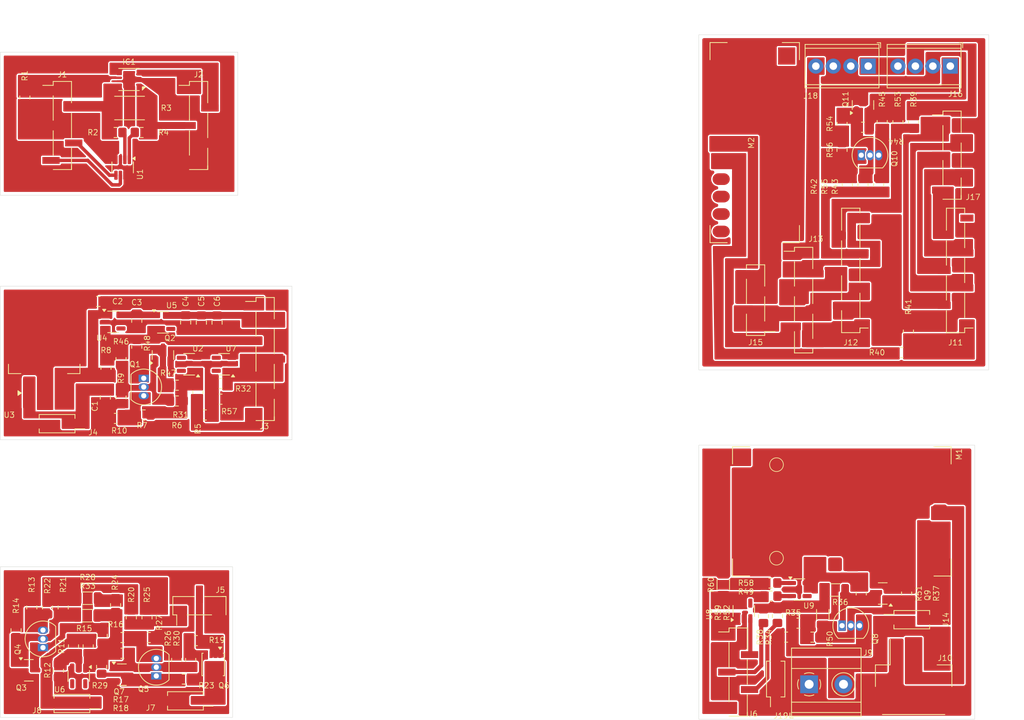
<source format=kicad_pcb>
(kicad_pcb (version 20241129) (generator "pcbnew") (generator_version "9.0")
  (layers (0 "F.Cu" signal) (2 "B.Cu" signal) (13 "F.Paste" user) (15 "B.Paste" user) (5 "F.SilkS" user "F.Silkscreen") (7 "B.SilkS" user "B.Silkscreen") (1 "F.Mask" user) (3 "B.Mask" user) (25 "Edge.Cuts" user))
  (net 0 "")
  (net 1 "Net-(IC1-SENSE+)")
  (net 2 "GND")
  (net 3 "Net-(IC1-SENSE-)")
  (net 4 "+3V3")
  (net 5 "Net-(U1-IN-)")
  (net 6 "Net-(U1-IN+)")
  (net 7 "Net-(IC1-SCL)")
  (net 8 "Net-(IC1-SDA)")
  (net 9 "Net-(J1-Pin_5)")
  (net 10 "Net-(J1-Pin_4)")
  (net 11 "+5V")
  (net 12 "/power_manager_bb/BALARM")
  (net 13 "+7.5V")
  (net 14 "Net-(Q1-B)")
  (net 15 "Net-(Q3-C)")
  (net 16 "Net-(Q3-B)")
  (net 18 "/power_switch_bbB/ONOFF")
  (net 19 "/power_switch_bbB/EN")
  (net 20 "/power_switch_bbB/RUNNING")
  (net 21 "/power_switch_bbB/VBUS")
  (net 22 "/power_switch_bbA/EN1")
  (net 23 "/power_switch_bbA/ONOFF")
  (net 24 "/power_switch_bbA/VBATT")
  (net 25 "GND2")
  (net 26 "+3V3_1")
  (net 27 "GND1")
  (net 28 "Net-(U4-VOUT)")
  (net 29 "Net-(Q1-E)")
  (net 30 "Net-(Q4-E)")
  (net 31 "Net-(Q5-C)")
  (net 32 "Net-(Q5-B)")
  (net 33 "Net-(Q5-E)")
  (net 34 "Net-(Q6-G)")
  (net 35 "Net-(U6-VDD)")
  (net 36 "Net-(U6-VOUT)")
  (net 37 "Net-(R21-Pad1)")
  (net 39 "Net-(R24-Pad1)")
  (net 40 "/battery_charger/VBUS1")
  (net 41 "GND3")
  (net 42 "+3V3_2")
  (net 43 "/battery_charger/EN2")
  (net 44 "Net-(J10-Pin_3)")
  (net 45 "Net-(J10-Pin_2)")
  (net 46 "/break_control/DCKI")
  (net 48 "/break_control/SDA")
  (net 49 "/break_control/SCL")
  (net 50 "/break_control/BALARM1")
  (net 51 "/break_control/RF SWITCH")
  (net 52 "/break_control/DI")
  (net 53 "/break_control/CHARGING1")
  (net 54 "GND4")
  (net 55 "/break_control/SERVO")
  (net 56 "/break_control/BUZZ")
  (net 57 "Net-(J12-Pin_6)")
  (net 58 "+5V_1")
  (net 59 "Net-(J14-Pin_2)")
  (net 60 "/battery_charger/CHARGED (GREEN)")
  (net 61 "/battery_charger/CHARGING (BLUE)")
  (net 62 "/break_control/BUTTON")
  (net 63 "/break_control/VEXT")
  (net 64 "/break_control/BUZZER")
  (net 65 "Net-(M1-Vin)")
  (net 67 "Net-(M1-LED)")
  (net 70 "Net-(M2-D0)")
  (net 74 "Net-(Q1-C)")
  (net 75 "Net-(Q8-B)")
  (net 76 "Net-(Q8-C)")
  (net 77 "Net-(Q8-E)")
  (net 78 "Net-(Q10-C)")
  (net 79 "Net-(Q10-B)")
  (net 80 "Net-(Q10-E)")
  (net 81 "Net-(U2-VOUT)")
  (net 82 "Net-(U2-VDD)")
  (net 83 "Net-(R36-Pad1)")
  (net 84 "Net-(U9-EN)")
  (net 85 "Net-(U9-VDD)")
  (net 88 "+3V3_3")
  (net 89 "+7V5_1")
  (net 90 "Net-(U8-OUT)")
  (net 91 "/break_control/VBUS2")
  (footprint "Resistor_SMD:R_0805_2012Metric_Pad1.20x1.40mm_HandSolder" (layer "F.Cu") (at 98.282 55.88 180)
    (property "Reference" "R4")
    (property "Value" "10" (hide yes))
  )
  (footprint "Resistor_SMD:R_0805_2012Metric_Pad1.20x1.40mm_HandSolder" (layer "F.Cu") (at 200.152 58.42 90)
    (property "Reference" "R56")
    (property "Value" "0R" (hide yes))
  )
  (footprint "Package_TO_SOT_THT:TO-92_Inline" (layer "F.Cu") (at 200.152 127.614)
    (property "Reference" "Q8")
    (property "Value" "BC337" (hide yes))
  )
  (footprint "Resistor_SMD:R_0805_2012Metric_Pad1.20x1.40mm_HandSolder" (layer "F.Cu") (at 109.758 92.39 180)
    (property "Reference" "R32")
    (property "Value" "10k" (hide yes))
  )
  (footprint "Capacitor_SMD:C_0805_2012Metric_Pad1.18x1.45mm_HandSolder" (layer "F.Cu") (at 106.964 83.5215 -90)
    (property "Reference" "C5")
    (property "Value" "22uF" (hide yes))
  )
  (footprint "Resistor_SMD:R_0805_2012Metric_Pad1.20x1.40mm_HandSolder" (layer "F.Cu") (at 106.456 93.66 -90)
    (property "Reference" "R5")
    (property "Value" "10k" (hide yes))
  )
  (footprint "Package_TO_SOT_SMD:SOT-23" (layer "F.Cu") (at 206.0725 122.936 180)
    (property "Reference" "Q9")
    (property "Value" "BC847" (hide yes))
  )
  (footprint "Resistor_SMD:R_1206_3216Metric" (layer "F.Cu") (at 199.136 122.428)
    (property "Reference" "R36")
    (property "Value" "0R" (hide yes))
  )
  (footprint "Resistor_SMD:R_0805_2012Metric_Pad1.20x1.40mm_HandSolder" (layer "F.Cu") (at 200.914 63.5 -90)
    (property "Reference" "R55")
    (property "Value" "4k2" (hide yes))
  )
  (footprint "Resistor_SMD:R_2512_6332Metric_Pad1.40x3.35mm_HandSolder" (layer "F.Cu") (at 96.52 52.324)
    (property "Reference" "R3")
    (property "Value" "001R" (hide yes))
  )
  (footprint "Resistor_SMD:R_0805_2012Metric_Pad1.20x1.40mm_HandSolder" (layer "F.Cu") (at 109.758 94.676)
    (property "Reference" "R57")
    (property "Value" "10k" (hide yes))
  )
  (footprint "Resistor_SMD:R_0805_2012Metric_Pad1.20x1.40mm_HandSolder" (layer "F.Cu") (at 88.366 130.611533 90)
    (property "Reference" "R11")
    (property "Value" "50k" (hide yes))
  )
  (footprint "Package_TO_SOT_SMD:SOT-23-5" (layer "F.Cu") (at 110.266 89.596 180)
    (property "Reference" "U7")
    (property "Value" "BD48ExxG" (hide yes))
  )
  (footprint "Resistor_SMD:R_0805_2012Metric_Pad1.20x1.40mm_HandSolder" (layer "F.Cu") (at 190.754 126.222 90)
    (property "Reference" "R52")
    (property "Value" "10k" (hide yes))
  )
  (footprint "Resistor_SMD:R_0805_2012Metric_Pad1.20x1.40mm_HandSolder" (layer "F.Cu") (at 106.172 129.794033 180)
    (property "Reference" "R19")
    (property "Value" "10k" (hide yes))
  )
  (footprint "Package_TO_SOT_SMD:SOT-23-5" (layer "F.Cu") (at 193.9345 122.362)
    (property "Reference" "U9")
    (property "Value" "MAX40200AUK" (hide yes))
  )
  (footprint "Resistor_SMD:R_0805_2012Metric_Pad1.20x1.40mm_HandSolder" (layer "F.Cu") (at 95.28 94.422 90)
    (property "Reference" "R9")
    (property "Value" "4k2" (hide yes))
  )
  (footprint "Package_TO_SOT_THT:TO-92_Inline" (layer "F.Cu") (at 98.582 91.628 -90)
    (property "Reference" "Q1")
    (property "Value" "BC337" (hide yes))
  )
  (footprint "Package_TO_SOT_SMD:SOT-23-5" (layer "F.Cu") (at 101.376 83.5)
    (property "Reference" "U5")
    (property "Value" "MAX40200AUK" (hide yes))
  )
  (footprint "Resistor_SMD:R_0805_2012Metric_Pad1.20x1.40mm_HandSolder" (layer "F.Cu") (at 209.804 84.82 -90)
    (property "Reference" "R41")
    (property "Value" "10k" (hide yes))
  )
  (footprint "Connector_PinHeader_2.54mm:PinHeader_1x05_P2.54mm_Vertical_SMD_Pin1Left" (layer "F.Cu") (at 185.043 134.366)
    (property "Reference" "J6")
    (property "Value" "Conn_01x05" (hide yes))
  )
  (footprint "Resistor_SMD:R_0805_2012Metric_Pad1.20x1.40mm_HandSolder" (layer "F.Cu") (at 92.536 129.087533 -90)
    (property "Reference" "R16")
    (property "Value" "0R" (hide yes))
  )
  (footprint "Resistor_SMD:R_0805_2012Metric_Pad1.20x1.40mm_HandSolder" (layer "F.Cu") (at 203.2 63.5 90)
    (property "Reference" "R42")
    (property "Value" "4k2" (hide yes))
  )
  (footprint "Resistor_SMD:R_0805_2012Metric_Pad1.20x1.40mm_HandSolder" (layer "F.Cu") (at 94.488 124.622533 -90)
    (property "Reference" "R24")
    (property "Value" "0R" (hide yes))
  )
  (footprint "Resistor_SMD:R_0805_2012Metric_Pad1.20x1.40mm_HandSolder" (layer "F.Cu") (at 208.804 87.884 180)
    (property "Reference" "R40")
    (property "Value" "4k7" (hide yes))
  )
  (footprint "Resistor_SMD:R_0805_2012Metric_Pad1.20x1.40mm_HandSolder" (layer "F.Cu") (at 97.566 87.056 90)
    (property "Reference" "R48")
    (property "Value" "0R" (hide yes))
  )
  (footprint "Resistor_SMD:R_0805_2012Metric_Pad1.20x1.40mm_HandSolder" (layer "F.Cu") (at 86.868 124.968033 -90)
    (property "Reference" "R21")
    (property "Value" "4k2" (hide yes))
  )
  (footprint "Resistor_SMD:R_1206_3216Metric" (layer "F.Cu") (at 90.3625 126.162533)
    (property "Reference" "R33")
    (property "Value" "0R" (hide yes))
  )
  (footprint "Resistor_SMD:R_0805_2012Metric_Pad1.20x1.40mm_HandSolder" (layer "F.Cu") (at 193.802 127.254 180)
    (property "Reference" "R35")
    (property "Value" "4k2" (hide yes))
  )
  (footprint "Resistor_SMD:R_0805_2012Metric_Pad1.20x1.40mm_HandSolder" (layer "F.Cu") (at 205.994 54.356 -90)
    (property "Reference" "R45")
    (property "Value" "0R" (hide yes))
  )
  (footprint "Resistor_SMD:R_0805_2012Metric_Pad1.20x1.40mm_HandSolder" (layer "F.Cu") (at 94.48 55.88)
    (property "Reference" "R2")
    (property "Value" "10" (hide yes))
  )
  (footprint "Resistor_SMD:R_0805_2012Metric_Pad1.20x1.40mm_HandSolder" (layer "F.Cu") (at 90.504 130.611533 90)
    (property "Reference" "R15")
    (property "Value" "10k" (hide yes))
  )
  (footprint "Resistor_SMD:R_0805_2012Metric_Pad1.20x1.40mm_HandSolder" (layer "F.Cu") (at 105.41 132.588033 90)
    (property "Reference" "R30")
    (property "Value" "10k" (hide yes))
  )
  (footprint "Connector_PinHeader_2.54mm:PinHeader_2x01_P2.54mm_Vertical_SMD" (layer "F.Cu") (at 88.138 138.938033 180)
    (property "Reference" "J8")
    (property "Value" "Conn_01x02" (hide yes))
  )
  (footprint "Resistor_SMD:R_1206_3216Metric" (layer "F.Cu") (at 197.358 125.984 -90)
    (property "Reference" "R50")
    (property "Value" "0R" (hide yes))
  )
  (footprint "Resistor_SMD:R_0805_2012Metric_Pad1.20x1.40mm_HandSolder" (layer "F.Cu") (at 99.06 126.416533 90)
    (property "Reference" "R25")
    (property "Value" "0R" (hide yes))
  )
  (footprint "Resistor_SMD:R_0805_2012Metric_Pad1.20x1.40mm_HandSolder" (layer "F.Cu") (at 107.472 96.962)
    (property "Reference" "R31")
    (property "Value" "10k" (hide yes))
  )
  (footprint "Connector_PinHeader_2.54mm:PinHeader_1x03_P2.54mm_Vertical_SMD_Pin1Left" (layer "F.Cu") (at 106.68 124.714033 90)
    (property "Reference" "J5")
    (property "Value" "Conn_01x03" (hide yes))
  )
  (footprint "Resistor_SMD:R_0805_2012Metric_Pad1.20x1.40mm_HandSolder" (layer "F.Cu") (at 195.834 129.286)
    (property "Reference" "R34")
    (property "Value" "4k2" (hide yes))
  )
  (footprint "Capacitor_SMD:C_0805_2012Metric_Pad1.18x1.45mm_HandSolder" (layer "F.Cu") (at 109.25 83.5215 -90)
    (property "Reference" "C6")
    (property "Value" "22uF" (hide yes))
  )
  (footprint "Connector_PinHeader_2.54mm:PinHeader_1x06_P2.54mm_Vertical_SMD_Pin1Left" (layer "F.Cu") (at 194.564 80.264)
    (property "Reference" "J13")
    (property "Value" "Conn_01x06" (hide yes))
  )
  (footprint "Resistor_SMD:R_0805_2012Metric_Pad1.20x1.40mm_HandSolder" (layer "F.Cu") (at 82.296 124.968033 -90)
    (property "Reference" "R13")
    (property "Value" "0R" (hide yes))
  )
  (footprint "Resistor_SMD:R_0805_2012Metric_Pad1.20x1.40mm_HandSolder" (layer "F.Cu") (at 95.478 129.341533)
    (property "Reference" "R18")
    (property "Value" "4k2" (hide yes))
  )
  (footprint "Resistor_SMD:R_0805_2012Metric_Pad1.20x1.40mm_HandSolder" (layer "F.Cu") (at 86.186 134.167533 90)
    (property "Reference" "R12")
    (property "Value" "100k" (hide yes))
  )
  (footprint "Connector_PinHeader_2.54mm:PinHeader_1x05_P2.54mm_Vertical_SMD_Pin1Left" (layer "F.Cu") (at 86.745 54.864)
    (property "Reference" "J1")
    (property "Value" "Conn_01x05" (hide yes))
  )
  (footprint "Resistor_SMD:R_0805_2012Metric_Pad1.20x1.40mm_HandSolder" (layer "F.Cu") (at 209.55 122.936 -90)
    (property "Reference" "R37")
    (property "Value" "4k2" (hide yes))
  )
  (footprint "Package_TO_SOT_SMD:TO-263-2" (layer "F.Cu") (at 84.104 86.131 90)
    (property "Reference" "U3")
    (property "Value" "L7805" (hide yes))
  )
  (footprint "Resistor_SMD:R_0805_2012Metric_Pad1.20x1.40mm_HandSolder" (layer "F.Cu") (at 192.024 129.286)
    (property "Reference" "R38")
    (property "Value" "0R" (hide yes))
  )
  (footprint "TerminalBlock_Phoenix:TerminalBlock_Phoenix_MPT-0,5-4-2.54_1x04_P2.54mm_Horizontal" (layer "F.Cu") (at 203.962 46.228 180)
    (property "Reference" "J18")
    (property "Value" "Screw_Terminal_01x04" (hide yes))
  )
  (footprint "Resistor_SMD:R_1206_3216Metric" (layer "F.Cu") (at 182.88 121.666 -90)
    (property "Reference" "R60")
    (property "Value" "0R" (hide yes))
  )
  (footprint "Package_DFN_QFN:DFN-8-1EP_3x3mm_P0.5mm_EP1.66x2.38mm" (layer "F.Cu") (at 96.435 48.173 180)
    (property "Reference" "IC1")
    (property "Value" "LTC2943IDD#TRPBF" (hide yes))
  )
  (footprint "TerminalBlock_Phoenix:TerminalBlock_Phoenix_MKDS-1,5-2_1x02_P5.00mm_Horizontal" (layer "F.Cu") (at 195.366 136.144)
    (property "Reference" "J9")
    (property "Value" "Screw_Terminal_01x02" (hide yes))
  )
  (footprint "Capacitor_SMD:C_0805_2012Metric_Pad1.18x1.45mm_HandSolder" (layer "F.Cu") (at 104.678 83.5 -90)
    (property "Reference" "C4")
    (property "Value" "22uF" (hide yes))
  )
  (footprint "Resistor_SMD:R_0805_2012Metric_Pad1.20x1.40mm_HandSolder" (layer "F.Cu") (at 210.566 54.356 -90)
    (property "Reference" "R39")
    (property "Value" "12k" (hide yes))
  )
  (footprint "Connector_PinHeader_2.54mm:PinHeader_1x05_P2.54mm_Vertical_SMD_Pin1Left" (layer "F.Cu") (at 216.154 59.182)
    (property "Reference" "J17")
    (property "Value" "Conn_01x05" (hide yes))
  )
  (footprint "TerminalBlock_Phoenix:TerminalBlock_Phoenix_MPT-0,5-4-2.54_1x04_P2.54mm_Horizontal" (layer "F.Cu") (at 215.9 46.228 180)
    (property "Reference" "J16")
    (property "Value" "Screw_Terminal_01x04" (hide yes))
  )
  (footprint "Resistor_SMD:R_1206_3216Metric" (layer "F.Cu") (at 90.424 123.622533)
    (property "Reference" "R28")
    (property "Value" "0R" (hide yes))
  )
  (footprint "Package_TO_SOT_SMD:SOT-23" (layer "F.Cu") (at 81.8665 134.112033)
    (property "Reference" "Q3")
    (property "Value" "BC847" (hide yes))
  )
  (footprint "Resistor_SMD:R_0805_2012Metric_Pad1.20x1.40mm_HandSolder" (layer "F.Cu") (at 200.152 54.626 -90)
    (property "Reference" "R54")
    (property "Value" "0R" (hide yes))
  )
  (footprint "Connector_PinHeader_2.54mm:PinHeader_1x04_P2.54mm_Vertical_SMD_Pin1Left" (layer "F.Cu") (at 187.575 80.264 180)
    (property "Reference" "J15")
    (property "Value" "Conn_01x04" (hide yes))
  )
  (footprint "Resistor_SMD:R_0805_2012Metric_Pad1.20x1.40mm_HandSolder" (layer "F.Cu") (at 104.394 135.382033)
    (property "Reference" "R23")
    (property "Value" "10k" (hide yes))
  )
  (footprint "Resistor_SMD:R_0805_2012Metric_Pad1.20x1.40mm_HandSolder" (layer "F.Cu") (at 84.582 124.968033 -90)
    (property "Reference" "R22")
    (property "Value" "4k2")
  )
  (footprint "chinese_modules:USBC_charger" (layer "F.Cu") (at 200.121 110.998)
    (property "Reference" "M1")
    (property "Value" "~")
  )
  (footprint "Resistor_SMD:R_0805_2012Metric_Pad1.20x1.40mm_HandSolder" (layer "F.Cu") (at 94.518 97.47)
    (property "Reference" "R10")
    (property "Value" "0R" (hide yes))
  )
  (footprint "Capacitor_SMD:C_0805_2012Metric_Pad1.18x1.45mm_HandSolder" (layer "F.Cu") (at 97.566 83.246 -90)
    (property "Reference" "C3")
    (property "Value" "10uF" (hide yes))
  )
  (footprint "Connector_PinHeader_2.54mm:PinHeader_2x01_P2.54mm_Vertical_SMD" (layer "F.Cu") (at 85.979 98.232 180)
    (property "Reference" "J4")
    (property "Value" "Conn_01x02" (hide yes))
  )
  (footprint "Resistor_SMD:R_0805_2012Metric_Pad1.20x1.40mm_HandSolder" (layer "F.Cu") (at 202.946 122.936 -90)
    (property "Reference" "R51")
    (property "Value" "4k2" (hide yes))
  )
  (footprint "Package_TO_SOT_THT:TO-92_Inline" (layer "F.Cu") (at 83.926 130.810033 90)
    (property "Reference" "Q4")
    (property "Value" "BC337" (hide yes))
  )
  (footprint "Resistor_SMD:R_0805_2012Metric_Pad1.20x1.40mm_HandSolder" (layer "F.Cu") (at 81.288 50.784 90)
    (property "Reference" "R1")
    (property "Value" "10k" (hide yes))
  )
  (footprint "Package_TO_SOT_SMD:SOT-23-5" (layer "F.Cu") (at 105.186 89.596 180)
    (property "Reference" "U2")
    (property "Value" "BD48ExxG" (hide yes))
  )
  (footprint "Connector_PinSocket_2.54mm:PinSocket_1x07_P2.54mm_Vertical_SMD_Pin1Left" (layer "F.Cu") (at 216.662 75.946 180)
    (property "Reference" "J11")
    (property "Value" "Conn_01x07" (hide yes))
  )
  (footprint "Resistor_SMD:R_0805_2012Metric_Pad1.20x1.40mm_HandSolder" (layer "F.Cu") (at 103.408 92.644)
    (property "Reference" "R47")
    (property "Value" "4k2" (hide yes))
  )
  (footprint "Package_TO_SOT_SMD:SOT-23" (layer "F.Cu") (at 101.376 88.2475 90)
    (property "Reference" "Q2")
    (property "Value" "BC847" (hide yes))
  )
  (footprint "Package_TO_SOT_SMD:SOT-23-5" (layer "F.Cu") (at 89.128 134.929533 -90)
    (property "Reference" "U6")
    (property "Value" "BD48ExxG" (hide yes))
  )
  (footprint "Resistor_SMD:R_0805_2012Metric_Pad1.20x1.40mm_HandSolder" (layer "F.Cu") (at 92.456 133.604033 -90)
    (property "Reference" "R29")
    (property "Value" "4k2" (hide yes))
  )
  (footprint "Connector_JST:JST_XH_S3B-XH-SM4-TB_1x03-1MP_P2.50mm_Horizontal" (layer "F.Cu") (at 210.566 135.128)
    (property "Reference" "J10")
    (property "Value" "Conn_01x03_MountingPin" (hide yes))
  )
  (footprint "Resistor_SMD:R_0805_2012Metric_Pad1.20x1.40mm_HandSolder" (layer "F.Cu") (at 189.754 123.317)
    (property "Reference" "R49")
    (property "Value" "10k" (hide yes))
  )
  (footprint "Resistor_SMD:R_0805_2012Metric_Pad1.20x1.40mm_HandSolder" (layer "F.Cu") (at 95.28 88.834 90)
    (property "Reference" "R46")
    (property "Value" "0R" (hide yes))
  )
  (footprint "Resistor_SMD:R_0805_2012Metric_Pad1.20x1.40mm_HandSolder" (layer "F.Cu") (at 103.378 132.588033 -90)
    (property "Reference" "R26")
    (property "Value" "4k2" (hide yes))
  )
  (footprint "Resistor_SMD:R_0805_2012Metric_Pad1.20x1.40mm_HandSolder" (layer "F.Cu") (at 205.486 63.5 90)
    (property "Reference" "R43")
    (property "Value" "4k2" (hide yes))
  )
  (footprint "Capacitor_SMD:C_0805_2012Metric_Pad1.18x1.45mm_HandSolder" (layer "F.Cu") (at 92.994 94.422 -90)
    (property "Reference" "C1")
    (property "Value" "0.1uF" (hide yes))
  )
  (footprint "Resistor_SMD:R_0805_2012Metric_Pad1.20x1.40mm_HandSolder" (layer "F.Cu") (at 189.738 121.412)
    (property "Reference" "R58")
    (property "Value" "200R" (hide yes))
  )
  (footprint "Capacitor_SMD:C_0805_2012Metric_Pad1.18x1.45mm_HandSolder" (layer "F.Cu") (at 91.978 80.452 180)
    (property "Reference" "C2")
    (property "Value" "0.1uF" (hide yes))
  )
  (footprint "Resistor_SMD:R_0805_2012Metric_Pad1.20x1.40mm_HandSolder" (layer "F.Cu") (at 95.478 131.627533)
    (property "Reference" "R17")
    (property "Value" "4k2" (hide yes))
  )
  (footprint "Package_TO_SOT_SMD:SOT-23-5" (layer "F.Cu") (at 185.8615 125.476 90)
    (property "Reference" "U8")
    (property "Value" "MAX40200AUK" (hide yes))
  )
  (footprint "Package_SO:Vishay_PowerPAK_1212-8_Single" (layer "F.Cu") (at 108.686 133.261033 -90)
    (property "Reference" "Q6")
    (property "Value" "SiS415DNT" (hide yes))
  )
  (footprint "Resistor_SMD:R_0805_2012Metric_Pad1.20x1.40mm_HandSolder" (layer "F.Cu") (at 80.01 128.270033 -90)
    (property "Reference" "R14")
    (property "Value" "4k2" (hide yes))
  )
  (footprint "Connector_PinHeader_2.54mm:PinHeader_2x01_P2.54mm_Vertical_SMD" (layer "F.Cu") (at 210.297 126.746)
    (property "Reference" "J14")
    (property "Value" "Conn_01x02" (hide yes))
  )
  (footprint "Package_TO_SOT_SMD:SOT-23-8" (layer "F.Cu") (at 95.512 60.96 -90)
    (property "Reference" "U1")
    (property "Value" "INA219BxDCN" (hide yes))
  )
  (footprint "Connector_PinHeader_2.54mm:PinHeader_1x07_P2.54mm_Vertical_SMD_Pin1Left" (layer "F.Cu") (at 116.239 88.834)
    (property "Reference" "J3")
    (property "Value" "Conn_01x07" (hide yes))
  )
  (footprint "Package_TO_SOT_THT:TO-92_Inline" (layer "F.Cu") (at 202.946 59.182)
    (property "Reference" "Q10")
    (property "Value" "BC337" (hide yes))
  )
  (footprint "Resistor_SMD:R_0805_2012Metric_Pad1.20x1.40mm_HandSolder" (layer "F.Cu") (at 203.2 55.118 180)
    (property "Reference" "R44")
    (property "Value" "4k2" (hide yes))
  )
  (footprint "Resistor_SMD:R_0805_2012Metric_Pad1.20x1.40mm_HandSolder" (layer "F.Cu") (at 208.28 54.372 90)
    (property "Reference" "R53")
    (property "Value" "4k7" (hide yes))
  )
  (footprint "chinese_modules:RF_controller" (layer "F.Cu") (at 187.452 57.404 90)
    (property "Reference" "M2")
    (property "Value" "~")
  )
  (footprint "Package_TO_SOT_SMD:SOT-23" (layer "F.Cu") (at 203.2 51.8785 90)
    (property "Reference" "Q11")
    (property "Value" "BC847" (hide yes))
  )
  (footprint "Package_TO_SOT_THT:TO-92_Inline" (layer "F.Cu") (at 100.41 134.929533 90)
    (property "Reference" "Q5")
    (property "Value" "BC337" (hide yes))
  )
  (footprint "Resistor_SMD:R_0805_2012Metric_Pad1.20x1.40mm_HandSolder" (layer "F.Cu") (at 96.774 126.416533 90)
    (property "Reference" "R20")
    (property "Value" "0R" (hide yes))
  )
  (footprint "Resistor_SMD:R_0805_2012Metric_Pad1.20x1.40mm_HandSolder" (layer "F.Cu") (at 99.33 129.341533 180)
    (property "Reference" "R27")
    (property "Value" "0R" (hide yes))
  )
  (footprint "Connector_PinHeader_2.54mm:PinHeader_2x01_P2.54mm_Vertical_SMD" (layer "F.Cu") (at 104.648 138.553033 180)
    (property "Reference" "J7")
    (property "Value" "Conn_01x02" (hide yes))
  )
  (footprint "Resistor_SMD:R_0805_2012Metric_Pad1.20x1.40mm_HandSolder" (layer "F.Cu") (at 98.582 96.962 180)
    (property "Reference" "R7")
    (property "Value" "4k2" (hide yes))
  )
  (footprint "Connector_PinSocket_2.54mm:PinSocket_1x07_P2.54mm_Vertical_SMD_Pin1Left" (layer "F.Cu") (at 201.422 75.946 180)
    (property "Reference" "J12")
    (property "Value" "Conn_01x07" (hide yes))
  )
  (footprint "Package_TO_SOT_SMD:SOT-23" (layer "F.Cu") (at 95.3995 134.741533)
    (property "Reference" "Q7")
    (property "Value" "BC847" (hide yes))
  )
  (footprint "Connector_PinHeader_2.54mm:PinHeader_1x05_P2.54mm_Vertical_SMD_Pin1Left" (layer "F.Cu") (at 106.557 54.864)
    (property "Reference" "J2")
    (property "Value" "Conn_01x05" (hide yes))
  )
  (footprint "Resistor_SMD:R_0805_2012Metric_Pad1.20x1.40mm_HandSolder" (layer "F.Cu") (at 103.408 94.93 180)
    (property "Reference" "R6")
    (property "Value" "4k2" (hide yes))
  )
  (footprint "Resistor_SMD:R_0805_2012Metric_Pad1.20x1.40mm_HandSolder" (layer "F.Cu") (at 188.722 126.238 -90)
    (property "Reference" "R59")
    (property "Value" "200R" (hide yes))
  )
  (footprint "Connector_PinHeader_2.54mm:PinHeader_2x01_P2.54mm_Vertical_SMD" (layer "F.Cu") (at 190.5 135.382 90)
    (property "Reference" "J19")
    (property "Value" "Conn_01x02" (hide yes))
  )
  (footprint "Package_TO_SOT_SMD:SOT-23-5" (layer "F.Cu") (at 94.1315 83.434)
    (property "Reference" "U4")
    (property "Value" "XC6220B331MR" (hide yes))
  )
  (footprint "Resistor_SMD:R_0805_2012Metric_Pad1.20x1.40mm_HandSolder" (layer "F.Cu") (at 93.091 90.12 -90)
    (property "Reference" "R8")
    (property "Value" "10k" (hide yes))
  )
  (gr_rect (start 77.724 44.196) (end 112.268 65.024) (stroke (width 0.05)) (fill no) (layer "Edge.Cuts"))
  (gr_rect (start 77.724 119.050533) (end 111.506 140.970033) (stroke (width 0.05)) (fill no) (layer "Edge.Cuts"))
  (gr_rect (start 179.324 101.346) (end 219.456 141.224) (stroke (width 0.05)) (fill no) (layer "Edge.Cuts"))
  (gr_rect (start 179.324 41.656) (end 221.488 90.424) (stroke (width 0.05)) (fill no) (layer "Edge.Cuts"))
  (gr_rect (start 77.724 78.232) (end 120.142 100.584) (stroke (width 0.05)) (fill no) (layer "Edge.Cuts"))
  (segment (start 97.835 47.923) (end 96.685 47.923) (width 0.25) (layer "F.Cu") (net 2))
  (segment (start 96.185 48.423) (end 96.435 48.173) (width 0.25) (layer "F.Cu") (net 2))
  (segment (start 97.835 48.423) (end 96.685 48.423) (width 0.25) (layer "F.Cu") (net 2))
  (segment (start 96.685 48.423) (end 96.435 48.173) (width 0.25) (layer "F.Cu") (net 2))
  (segment (start 95.035 48.423) (end 96.185 48.423) (width 0.25) (layer "F.Cu") (net 2))
  (segment (start 96.685 47.923) (end 96.435 48.173) (width 0.25) (layer "F.Cu") (net 2))
  (segment (start 95.035 48.423) (end 94.016 48.423) (width 0.25) (layer "F.Cu") (net 2))
  (segment (start 95.035 48.923) (end 93.833 48.923) (width 0.2) (layer "F.Cu") (net 3))
  (segment (start 93.833 48.923) (end 93.478 49.278) (width 0.2) (layer "F.Cu") (net 3))
  (segment (start 93.478 49.278) (end 93.478 52.324) (width 0.2) (layer "F.Cu") (net 3))
  (segment (start 95.837 59.8225) (end 95.837 56.237) (width 0.5) (layer "F.Cu") (net 5))
  (segment (start 95.837 56.237) (end 95.48 55.88) (width 0.5) (layer "F.Cu") (net 5))
  (segment (start 96.487 56.675) (end 97.282 55.88) (width 0.5) (layer "F.Cu") (net 6))
  (segment (start 96.487 59.8225) (end 96.487 56.675) (width 0.5) (layer "F.Cu") (net 6))
  (segment (start 97.835 47.423) (end 104.573 47.423) (width 0.25) (layer "F.Cu") (net 7))
  (segment (start 104.648 49.53) (end 104.902 49.784) (width 0.25) (layer "F.Cu") (net 7))
  (segment (start 104.573 47.423) (end 104.648 47.498) (width 0.25) (layer "F.Cu") (net 7))
  (segment (start 104.648 47.498) (end 104.648 49.53) (width 0.25) (layer "F.Cu") (net 7))
  (segment (start 93.988 63.5) (end 90.432 59.944) (width 0.5) (layer "F.Cu") (net 9))
  (segment (start 95.187 63.317) (end 95.004 63.5) (width 0.5) (layer "F.Cu") (net 9))
  (segment (start 90.432 59.944) (end 85.09 59.944) (width 0.5) (layer "F.Cu") (net 9))
  (segment (start 95.187 62.0975) (end 95.187 63.317) (width 0.5) (layer "F.Cu") (net 9))
  (segment (start 95.004 63.5) (end 93.988 63.5) (width 0.5) (layer "F.Cu") (net 9))
  (segment (start 88.908 57.404) (end 93.6015 62.0975) (width 0.5) (layer "F.Cu") (net 10))
  (segment (start 88.4 57.404) (end 88.908 57.404) (width 0.5) (layer "F.Cu") (net 10))
  (segment (start 93.6015 62.0975) (end 94.537 62.0975) (width 0.5) (layer "F.Cu") (net 10))
  (segment (start 95.035 47.923) (end 86.705 47.923) (width 0.25) (layer "F.Cu") (net 12))
  (segment (start 85.098 49.53) (end 84.713 49.53) (width 0.25) (layer "F.Cu") (net 12))
  (segment (start 86.705 47.923) (end 85.098 49.53) (width 0.25) (layer "F.Cu") (net 12))
  (segment (start 92.5935 134.741533) (end 92.456 134.604033) (width 0.6) (layer "F.Cu") (net 31))
  (segment (start 96.337 134.741533) (end 92.5935 134.741533) (width 0.6) (layer "F.Cu") (net 31))
  (segment (start 189.2935 128.7145) (end 190.754 127.254) (width 0.6) (layer "F.Cu") (net 42))
  (segment (start 189.2935 135.1915) (end 189.2935 128.7145) (width 0.6) (layer "F.Cu") (net 42))
  (segment (start 186.698 136.906) (end 187.579 136.906) (width 0.6) (layer "F.Cu") (net 42))
  (segment (start 190.754 127.254) (end 190.754 127.222) (width 0.6) (layer "F.Cu") (net 42))
  (segment (start 187.579 136.906) (end 189.2935 135.1915) (width 0.6) (layer "F.Cu") (net 42))
  (segment (start 186.8115 131.7125) (end 186.698 131.826) (width 0.6) (layer "F.Cu") (net 43))
  (segment (start 186.8115 126.6135) (end 186.8115 131.7125) (width 0.6) (layer "F.Cu") (net 43))
  (segment (start 183.388 134.366) (end 187.452 134.366) (width 0.6) (layer "F.Cu") (net 61))
  (segment (start 187.452 134.366) (end 188.403 133.415) (width 0.6) (layer "F.Cu") (net 61))
  (segment (start 188.403 127.557) (end 188.722 127.238) (width 0.6) (layer "F.Cu") (net 61))
  (segment (start 188.403 133.415) (end 188.403 127.557) (width 0.6) (layer "F.Cu") (net 61))
  (segment (start 190.759 123.312) (end 190.754 123.317) (width 0.6) (layer "F.Cu") (net 84))
  (segment (start 192.797 123.312) (end 190.759 123.312) (width 0.6) (layer "F.Cu") (net 84))
  (segment (start 192.797 121.412) (end 190.738 121.412) (width 0.6) (layer "F.Cu") (net 85))
  (zone (net 31) (net_name "Net-(Q5-C)") (layer "F.Cu") (priority 4) (connect_pads yes (clearance 0.2)) (min_thickness 0.25) (fill yes (thermal_gap 0.5) (thermal_bridge_width 0.5))
    (polygon (pts (xy 95.25 134.620033) (xy 104.648 134.620033) (xy 104.648 136.453533) (xy 95.25 136.453533)))
  )
  (zone (net 37) (net_name "Net-(R21-Pad1)") (layer "F.Cu") (priority 16) (connect_pads yes (clearance 0.2)) (min_thickness 0.25) (fill yes (thermal_gap 0.5) (thermal_bridge_width 0.5))
    (polygon (pts (xy 83.82 120.574533) (xy 83.82 124.892533) (xy 89.662 124.892533) (xy 89.662 121.590533) (xy 97.79 121.590533) (xy 97.79 126.238033) (xy 102.108 126.238033) (xy 102.108 120.574533)))
  )
  (zone (net 8) (net_name "Net-(IC1-SDA)") (layer "F.Cu") (priority 4) (connect_pads yes (clearance 0.2)) (min_thickness 0.25) (fill yes (thermal_gap 0.5) (thermal_bridge_width 0.5))
    (polygon (pts (xy 95.512 47.498) (xy 93.607 47.498) (xy 93.607 45.72) (xy 109.482 45.72) (xy 109.482 52.832) (xy 106.942 52.832) (xy 106.942 46.736) (xy 95.512 46.736)))
  )
  (zone (net 53) (net_name "/break_control/CHARGING1") (layer "F.Cu") (priority 57) (connect_pads yes (clearance 0.2)) (min_thickness 0.25) (fill yes (thermal_gap 0.5) (thermal_bridge_width 0.5))
    (polygon (pts (xy 197.612 75.438) (xy 200.914 75.438) (xy 200.914 77.724) (xy 200.914 77.724) (xy 200.914 78.994) (xy 195.326 78.994) (xy 195.326 81.026) (xy 191.008 81.026) (xy 191.008 77.216) (xy 197.612 77.216)))
  )
  (zone (net 15) (net_name "Net-(Q3-C)") (layer "F.Cu") (priority 20) (connect_pads yes (clearance 0.2)) (min_thickness 0.25) (fill yes (thermal_gap 0.5) (thermal_bridge_width 0.5))
    (polygon (pts (xy 97.79 121.590533) (xy 89.662 121.590533) (xy 89.662 127.254033) (xy 86.36 127.254033) (xy 86.36 129.032033) (xy 85.09 130.048033) (xy 82.042 130.048033) (xy 82.042 134.366033) (xy 83.566 134.366033) (xy 83.566 132.334033) (xy 87.376 129.476533) (xy 87.376 128.778033) (xy 91.44 128.778033) (xy 91.44 129.286033) (xy 93.472 129.286083) (xy 93.472 127.178533) (xy 91.186 127.178533) (xy 91.186 122.860533) (xy 95.758 122.860533) (xy 95.758 125.984033) (xy 97.79 125.984033)))
  )
  (zone (net 64) (net_name "/break_control/BUZZER") (layer "F.Cu") (priority 27) (connect_pads yes (clearance 0.2)) (min_thickness 0.25) (fill yes (thermal_gap 0.5) (thermal_bridge_width 0.5))
    (polygon (pts (xy 201.168 58.166) (xy 201.168 54.864) (xy 199.136 54.864) (xy 199.136 52.07) (xy 203.962 52.07) (xy 203.962 50.038) (xy 217.17 50.038) (xy 217.17 44.958) (xy 214.63 44.958) (xy 214.63 49.022) (xy 197.104 49.022) (xy 197.104 58.166)))
  )
  (zone (net 88) (net_name "+3V3_3") (layer "F.Cu") (priority 56) (connect_pads yes (clearance 0.2)) (min_thickness 0.25) (fill yes (thermal_gap 0.5) (thermal_bridge_width 0.5))
    (polygon (pts (xy 191.008 84.836) (xy 191.008 83.312) (xy 198.628 83.312) (xy 198.628 80.264) (xy 204.216 80.264) (xy 204.216 77.724) (xy 200.914 77.724) (xy 200.914 78.994) (xy 195.326 78.994) (xy 195.326 81.026) (xy 184.404 81.026) (xy 184.404 84.836)))
  )
  (zone (net 33) (net_name "Net-(Q5-E)") (layer "F.Cu") (priority 6) (connect_pads yes (clearance 0.2)) (min_thickness 0.25) (fill yes (thermal_gap 0.5) (thermal_bridge_width 0.5))
    (polygon (pts (xy 95.478 130.611533) (xy 95.478 128.325533) (xy 99.034 128.325533) (xy 99.034 130.611533) (xy 101.32 130.611533) (xy 101.32 132.897533) (xy 97.51 132.897533) (xy 97.51 130.611533)))
  )
  (zone (net 89) (net_name "+7V5_1") (layer "F.Cu") (priority 30) (connect_pads yes (clearance 0.2)) (min_thickness 0.25) (fill yes (thermal_gap 0.5) (thermal_bridge_width 0.5))
    (polygon (pts (xy 196.85 47.498) (xy 197.612 47.498) (xy 197.612 44.958) (xy 195.072 44.958) (xy 194.829441 71.882) (xy 191.516 71.882) (xy 191.516 74.422) (xy 196.85 74.422)))
  )
  (zone (net 13) (net_name "+7.5V") (layer "F.Cu") (priority 3) (connect_pads yes (clearance 0.2)) (min_thickness 0.25) (fill yes (thermal_gap 0.5) (thermal_bridge_width 0.5))
    (polygon (pts (xy 105.41 139.116533) (xy 105.41 137.846533) (xy 107.416 137.846533) (xy 107.416 132.766533) (xy 110.464 132.766533) (xy 110.49 139.116533)))
  )
  (zone (net 48) (net_name "/break_control/SDA") (layer "F.Cu") (priority 50) (connect_pads yes (clearance 0.2)) (min_thickness 0.25) (fill yes (thermal_gap 0.5) (thermal_bridge_width 0.5))
    (polygon (pts (xy 219.202 61.214) (xy 212.09 61.214) (xy 212.09 73.914) (xy 219.202 73.914) (xy 219.202 71.374) (xy 213.36 71.374) (xy 213.36 63.754) (xy 219.202 63.754)))
  )
  (zone (net 20) (net_name "/power_switch_bbB/RUNNING") (layer "F.Cu") (priority 6) (connect_pads yes (clearance 0.2)) (min_thickness 0.25) (fill yes (thermal_gap 0.5) (thermal_bridge_width 0.5))
    (polygon (pts (xy 93.756 85.278) (xy 99.09 85.278) (xy 99.09 84.008) (xy 103.154 84.008) (xy 103.154 85.532113) (xy 115.854 85.533058) (xy 115.854 86.801883) (xy 96.550006 86.801701) (xy 96.55 89.789) (xy 92.232 89.789) (xy 92.232 84.008) (xy 93.756 84.008)))
  )
  (zone (net 23) (net_name "/power_switch_bbA/ONOFF") (layer "F.Cu") (priority 20) (connect_pads yes (clearance 0.2)) (min_thickness 0.25) (fill yes (thermal_gap 0.5) (thermal_bridge_width 0.5))
    (polygon (pts (xy 87.376 128.778033) (xy 87.376 129.476533) (xy 83.566 132.334033) (xy 83.566 139.700033) (xy 92.456 139.700033) (xy 92.456 137.922033) (xy 85.344 137.922033) (xy 85.344 132.334033) (xy 87.376 130.810033) (xy 91.694 130.810033) (xy 91.694 128.778033)))
  )
  (zone (net 56) (net_name "/break_control/BUZZ") (layer "F.Cu") (priority 33) (connect_pads yes (clearance 0.2)) (min_thickness 0.25) (fill yes (thermal_gap 0.5) (thermal_bridge_width 0.5))
    (polygon (pts (xy 207.264 63.754) (xy 197.104 63.754) (xy 197.104 74.422) (xy 204.216 74.422) (xy 204.216 72.644) (xy 198.374 72.644) (xy 198.374 65.532) (xy 207.264 65.532)))
  )
  (zone (net 40) (net_name "/battery_charger/VBUS1") (layer "F.Cu") (priority 45) (connect_pads yes (clearance 0.2)) (min_thickness 0.25) (fill yes (thermal_gap 0.5) (thermal_bridge_width 0.5))
    (polygon (pts (xy 184.658 129.794) (xy 181.102 129.794) (xy 181.102 125.73) (xy 185.42 125.73) (xy 185.42 127.508) (xy 184.658 127.508)))
  )
  (zone (net 16) (net_name "Net-(Q3-B)") (layer "F.Cu") (priority 19) (connect_pads yes (clearance 0.2)) (min_thickness 0.25) (fill yes (thermal_gap 0.5) (thermal_bridge_width 0.5))
    (polygon (pts (xy 82.804 130.048033) (xy 82.804 133.604033) (xy 79.248 133.604033) (xy 79.248 128.778033) (xy 84.836 128.778033) (xy 84.836 124.968033) (xy 89.662 124.968033) (xy 89.662 127.254033) (xy 86.36 127.254033) (xy 86.36 130.048033)))
  )
  (zone (net 52) (net_name "/break_control/DI") (layer "F.Cu") (priority 48) (connect_pads yes (clearance 0.2)) (min_thickness 0.25) (fill yes (thermal_gap 0.5) (thermal_bridge_width 0.5))
    (polygon (pts (xy 215.9 56.134) (xy 215.9 57.404) (xy 210.058 57.404) (xy 210.058 78.994) (xy 219.202 78.994) (xy 219.202 76.454) (xy 211.074 76.454) (xy 211.074 58.674) (xy 219.202 58.674) (xy 219.202 56.134)))
  )
  (zone (net 55) (net_name "/break_control/SERVO") (layer "F.Cu") (priority 54) (connect_pads yes (clearance 0.2)) (min_thickness 0.25) (fill yes (thermal_gap 0.5) (thermal_bridge_width 0.5))
    (polygon (pts (xy 191.516 76.962) (xy 191.516 74.422) (xy 204.216 74.422) (xy 204.216 72.644) (xy 200.914 72.644) (xy 200.914 67.564) (xy 204.216 67.564) (xy 204.216 69.088) (xy 202.184 69.088) (xy 202.184 71.628) (xy 205.74 71.628) (xy 205.74 75.438) (xy 197.612 75.438) (xy 197.612 76.962)))
  )
  (zone (net 27) (net_name "GND1") (layer "F.Cu") (connect_pads yes (clearance 0.2)) (min_thickness 0.25) (fill yes (thermal_gap 0.5) (thermal_bridge_width 0.5))
    (polygon (pts (xy 77.724 119.050533) (xy 77.724 140.97) (xy 111.506 140.97218) (xy 111.506 119.050533)))
  )
  (zone (net 7) (net_name "Net-(IC1-SCL)") (layer "F.Cu") (priority 5) (connect_pads yes (clearance 0.2)) (min_thickness 0.25) (fill yes (thermal_gap 0.5) (thermal_bridge_width 0.5))
    (polygon (pts (xy 106.942 50.292) (xy 103.386 50.292) (xy 103.386 47.752) (xy 97.544 47.752) (xy 97.544 46.736) (xy 106.942 46.736)))
  )
  (zone (net 83) (net_name "Net-(R36-Pad1)") (layer "F.Cu") (priority 41) (connect_pads yes (clearance 0.2)) (min_thickness 0.25) (fill yes (thermal_gap 0.5) (thermal_bridge_width 0.5))
    (polygon (pts (xy 196.85 123.952) (xy 187.198 123.952) (xy 187.198 125.73) (xy 198.374 125.73) (xy 198.374 121.412) (xy 196.85 121.412)))
  )
  (zone (net 21) (net_name "/power_switch_bbB/VBUS") (layer "F.Cu") (priority 8) (connect_pads yes (clearance 0.2)) (min_thickness 0.25) (fill yes (thermal_gap 0.5) (thermal_bridge_width 0.5))
    (polygon (pts (xy 105.44 97.978) (xy 105.44 99.248) (xy 115.854 99.248) (xy 115.854 95.946) (xy 113.314 95.946) (xy 113.314 97.978) (xy 107.218 97.978) (xy 107.218 93.914) (xy 105.44 93.914)))
  )
  (zone (net 34) (net_name "Net-(Q6-G)") (layer "F.Cu") (priority 2) (connect_pads yes (clearance 0.2)) (min_thickness 0.25) (fill yes (thermal_gap 0.5) (thermal_bridge_width 0.5))
    (polygon (pts (xy 104.368 136.322533) (xy 107.924 136.322533) (xy 107.924 128.702533) (xy 104.368 128.702533)))
  )
  (zone (net 19) (net_name "/power_switch_bbB/EN") (layer "F.Cu") (priority 23) (connect_pads yes (clearance 0.2)) (min_thickness 0.25) (fill yes (thermal_gap 0.5) (thermal_bridge_width 0.5))
    (polygon (pts (xy 112.552 90.104) (xy 112.552 88.072) (xy 118.902 88.072) (xy 118.902 92.136) (xy 111.536 92.136) (xy 111.536 93.406) (xy 110.012 93.406) (xy 110.012 90.104)))
  )
  (zone (net 74) (net_name "Net-(Q1-C)") (layer "F.Cu") (priority 11) (connect_pads yes (clearance 0.2)) (min_thickness 0.25) (fill yes (thermal_gap 0.5) (thermal_bridge_width 0.5))
    (polygon (pts (xy 99.344 92.39) (xy 96.55 92.39) (xy 96.55 86.802) (xy 101.884 86.802) (xy 101.884 91.628) (xy 103.154 91.628) (xy 103.154 93.66) (xy 100.614 93.66) (xy 100.614 88.072) (xy 99.344 88.072)))
  )
  (zone (net 50) (net_name "/break_control/BALARM1") (layer "F.Cu") (priority 47) (connect_pads yes (clearance 0.2)) (min_thickness 0.25) (fill yes (thermal_gap 0.5) (thermal_bridge_width 0.5))
    (polygon (pts (xy 215.9 53.594) (xy 211.582 53.594) (xy 211.582 56.134) (xy 209.042 56.134) (xy 209.042 81.534) (xy 215.9 81.534) (xy 215.9 78.994) (xy 210.058 78.994) (xy 210.058 57.404) (xy 215.9 57.404) (xy 215.9 54.61) (xy 215.9 54.61)))
  )
  (zone (net 25) (net_name "GND2") (layer "F.Cu") (connect_pads yes (clearance 0.2)) (min_thickness 0.25) (fill yes (thermal_gap 0.5) (thermal_bridge_width 0.5))
    (polygon (pts (xy 77.724 78.232) (xy 120.142 78.232) (xy 120.142 100.584) (xy 77.724 100.584)))
  )
  (zone (net 54) (net_name "GND4") (layer "F.Cu") (connect_pads yes (clearance 0.2)) (min_thickness 0.5) (fill yes (thermal_gap 0.5) (thermal_bridge_width 0.5))
    (polygon (pts (xy 179.324 41.656) (xy 179.324 90.424) (xy 221.488 90.424) (xy 221.488 41.656)))
  )
  (zone (net 3) (net_name "Net-(IC1-SENSE-)") (layer "F.Cu") (priority 3) (connect_pads yes (clearance 0.2)) (min_thickness 0.25) (fill yes (thermal_gap 0.5) (thermal_bridge_width 0.5))
    (polygon (pts (xy 95.512 48.768) (xy 95.512 56.896) (xy 92.464 56.896) (xy 92.464 52.832) (xy 86.876 52.832) (xy 86.876 51.308) (xy 92.71 51.308) (xy 92.71 48.768)))
  )
  (zone (net 12) (net_name "/power_manager_bb/BALARM") (layer "F.Cu") (priority 2) (connect_pads yes (clearance 0.2)) (min_thickness 0.25) (fill yes (thermal_gap 0.5) (thermal_bridge_width 0.5))
    (polygon (pts (xy 80.272 50.8) (xy 92.972 50.8) (xy 92.972 48.768) (xy 95.512 48.768) (xy 95.512 47.498) (xy 80.272 47.498)))
  )
  (zone (net 77) (net_name "Net-(Q8-E)") (layer "F.Cu") (priority 39) (connect_pads yes (clearance 0.2)) (min_thickness 0.25) (fill yes (thermal_gap 0.5) (thermal_bridge_width 0.5))
    (polygon (pts (xy 202.184 125.984) (xy 202.184 130.302) (xy 194.056 130.302) (xy 194.056 125.73) (xy 192.024 125.73) (xy 192.024 132.08) (xy 204.47 132.08) (xy 204.47 125.984)))
  )
  (zone (net 90) (net_name "Net-(U8-OUT)") (layer "F.Cu") (priority 42) (connect_pads yes (clearance 0.2)) (min_thickness 0.25) (fill yes (thermal_gap 0.5) (thermal_bridge_width 0.5))
    (polygon (pts (xy 180.848 122.428) (xy 189.484 122.428) (xy 189.484 124.206) (xy 187.198 124.206) (xy 187.198 125.222) (xy 180.848 125.222)))
  )
  (zone (net 1) (net_name "Net-(IC1-SENSE+)") (layer "F.Cu") (priority 2) (connect_pads yes (clearance 0.2)) (min_thickness 0.25) (fill yes (thermal_gap 0.5) (thermal_bridge_width 0.5))
    (polygon (pts (xy 97.544 48.768) (xy 97.544 56.896) (xy 100.592 56.896) (xy 100.592 55.372) (xy 104.656 55.372) (xy 104.656 54.356) (xy 100.592 54.356) (xy 100.584 50.546) (xy 98.2044 48.768)))
  )
  (zone (net 22) (net_name "/power_switch_bbA/EN1") (layer "F.Cu") (priority 17) (connect_pads yes (clearance 0.2)) (min_thickness 0.25) (fill yes (thermal_gap 0.5) (thermal_bridge_width 0.5))
    (polygon (pts (xy 95.758 126.238033) (xy 95.758 128.194533) (xy 100.076 128.194533) (xy 100.076 127.686533) (xy 104.902 127.686533) (xy 104.902 124.714033) (xy 102.362 124.714033) (xy 102.362 126.238033)))
  )
  (zone (net 32) (net_name "Net-(Q5-B)") (layer "F.Cu") (priority 4) (connect_pads yes (clearance 0.2)) (min_thickness 0.25) (fill yes (thermal_gap 0.5) (thermal_bridge_width 0.5))
    (polygon (pts (xy 93.446 134.366033) (xy 106.4 134.366033) (xy 106.4 132.897533) (xy 97.51 132.897533) (xy 97.51 130.611533) (xy 95.478 130.611533) (xy 95.478 132.643533) (xy 93.446 132.643533)))
  )
  (zone (net 49) (net_name "/break_control/SCL") (layer "F.Cu") (priority 51) (connect_pads yes (clearance 0.2)) (min_thickness 0.25) (fill yes (thermal_gap 0.5) (thermal_bridge_width 0.5))
    (polygon (pts (xy 213.36 63.754) (xy 213.36 71.374) (xy 216.408 71.374) (xy 216.408 63.754)))
  )
  (zone (net 2) (net_name "GND") (layer "F.Cu") (connect_pads yes (clearance 0.2)) (min_thickness 0.25) (fill yes (thermal_gap 0.5) (thermal_bridge_width 0.5))
    (polygon (pts (xy 77.724 44.196) (xy 112.268 44.196) (xy 112.268 65.024) (xy 77.724 65.024)))
  )
  (zone (net 35) (net_name "Net-(U6-VDD)") (layer "F.Cu") (priority 19) (connect_pads yes (clearance 0.2)) (min_thickness 0.25) (fill yes (thermal_gap 0.5) (thermal_bridge_width 0.5))
    (polygon (pts (xy 85.344 130.810033) (xy 85.344 134.112033) (xy 87.376 134.112033) (xy 87.376 133.350033) (xy 88.646 133.350033) (xy 88.646 134.366033) (xy 89.662 134.366033) (xy 89.662 130.810033)))
  )
  (zone (net 36) (net_name "Net-(U6-VOUT)") (layer "F.Cu") (priority 14) (connect_pads yes (clearance 0.2)) (min_thickness 0.25) (fill yes (thermal_gap 0.5) (thermal_bridge_width 0.5))
    (polygon (pts (xy 89.636 134.366033) (xy 89.636 130.810033) (xy 91.694 130.810033) (xy 91.694 129.258283) (xy 93.466341 129.230621) (xy 93.472799 127.178533) (xy 91.186 127.178533) (xy 91.186 125.222033) (xy 95.478 125.222033) (xy 95.478 132.588033) (xy 93.446 132.588033) (xy 93.446 134.366033)))
  )
  (zone (net 39) (net_name "Net-(R24-Pad1)") (layer "F.Cu") (priority 18) (connect_pads yes (clearance 0.2)) (min_thickness 0.25) (fill yes (thermal_gap 0.5) (thermal_bridge_width 0.5))
    (polygon (pts (xy 91.186 122.860533) (xy 91.186 124.892533) (xy 95.758 124.892533) (xy 95.758 122.860533)))
  )
  (zone (net 58) (net_name "+5V_1") (layer "F.Cu") (priority 53) (connect_pads yes (clearance 0.2)) (min_thickness 0.25) (fill yes (thermal_gap 0.5) (thermal_bridge_width 0.5))
    (polygon (pts (xy 187.96 56.388) (xy 187.96 75.692) (xy 184.404 75.666601) (xy 184.404 84.836) (xy 191.008 84.836) (xy 191.008 83.312) (xy 194.31 83.312) (xy 194.31 87.122) (xy 183.134 87.122) (xy 183.134 74.168) (xy 186.436 74.168) (xy 186.436002 58.674) (xy 180.848 58.674) (xy 180.848 56.388)))
  )
  (zone (net 30) (net_name "Net-(Q4-E)") (layer "F.Cu") (priority 15) (connect_pads yes (clearance 0.2)) (min_thickness 0.25) (fill yes (thermal_gap 0.5) (thermal_bridge_width 0.5))
    (polygon (pts (xy 81.28 124.968033) (xy 85.344 124.968033) (xy 85.344 126.746033) (xy 84.836 126.746033) (xy 84.836 128.778033) (xy 81.28 128.778033)))
  )
  (zone (net 14) (net_name "Net-(Q1-B)") (layer "F.Cu") (priority 9) (connect_pads yes (clearance 0.2)) (min_thickness 0.25) (fill yes (thermal_gap 0.5) (thermal_bridge_width 0.5))
    (polygon (pts (xy 94.518 89.088) (xy 94.518 94.422) (xy 96.55 94.422) (xy 96.55 93.66) (xy 99.598 93.66) (xy 99.598 95.692) (xy 103.154 95.692) (xy 103.154 93.66) (xy 100.614 93.66) (xy 100.614 88.072) (xy 99.344 88.072) (xy 99.344 92.39) (xy 96.55 92.39) (xy 96.55 89.088)))
  )
  (zone (net 63) (net_name "/break_control/VEXT") (layer "F.Cu") (priority 29) (connect_pads yes (clearance 0.2)) (min_thickness 0.25) (fill yes (thermal_gap 0.5) (thermal_bridge_width 0.5))
    (polygon (pts (xy 202.692 44.958) (xy 202.692 47.498) (xy 209.296 47.498) (xy 209.296 44.958)))
  )
  (zone (net 76) (net_name "Net-(Q8-C)") (layer "F.Cu") (priority 37) (connect_pads yes (clearance 0.2)) (min_thickness 0.25) (fill yes (thermal_gap 0.5) (thermal_bridge_width 0.5))
    (polygon (pts (xy 199.644 122.682) (xy 204.216 122.682) (xy 204.216 122.428) (xy 205.994 122.428) (xy 205.994 124.968) (xy 200.914 124.968) (xy 200.914 128.524) (xy 199.644 128.524)))
  )
  (zone (net 79) (net_name "Net-(Q10-B)") (layer "F.Cu") (priority 26) (connect_pads yes (clearance 0.2)) (min_thickness 0.25) (fill yes (thermal_gap 0.5) (thermal_bridge_width 0.5))
    (polygon (pts (xy 199.136 54.61) (xy 199.136 52.07) (xy 203.2 52.07) (xy 203.2 56.388) (xy 204.724 56.388) (xy 204.724 63.246) (xy 202.438 63.246) (xy 202.438 60.452) (xy 203.708 60.452) (xy 203.708 58.166) (xy 201.422 58.166) (xy 201.422 54.61)))
  )
  (zone (net 18) (net_name "/power_switch_bbB/ONOFF") (layer "F.Cu") (priority 13) (connect_pads yes (clearance 0.2)) (min_thickness 0.25) (fill yes (thermal_gap 0.5) (thermal_bridge_width 0.5))
    (polygon (pts (xy 86.644 98.994) (xy 86.644 97.47) (xy 81.056 97.47) (xy 81.056 91.374) (xy 82.834 91.374) (xy 82.834 96.454) (xy 88.676 96.454) (xy 88.676 92.39) (xy 94.264 92.39) (xy 94.264 94.168) (xy 90.708 94.168) (xy 90.708 98.994)))
  )
  (zone (net 51) (net_name "/break_control/RF SWITCH") (layer "F.Cu") (priority 25) (connect_pads yes (clearance 0.2)) (min_thickness 0.25) (fill yes (thermal_gap 0.5) (thermal_bridge_width 0.5))
    (polygon (pts (xy 217.17 83.058) (xy 217.17 85.09) (xy 209.042 85.09) (xy 209.042 88.9) (xy 219.456 88.9) (xy 219.456 83.058)))
  )
  (zone (net 65) (net_name "Net-(M1-Vin)") (layer "F.Cu") (priority 43) (connect_pads yes (clearance 0.2)) (min_thickness 0.25) (fill yes (thermal_gap 0.5) (thermal_bridge_width 0.5))
    (polygon (pts (xy 179.832 120.904) (xy 183.896 120.904) (xy 183.896 104.394) (xy 186.944 104.394) (xy 186.944 101.854) (xy 179.832 101.854)))
  )
  (zone (net 81) (net_name "Net-(U2-VOUT)") (layer "F.Cu") (priority 22) (connect_pads yes (clearance 0.2)) (min_thickness 0.25) (fill yes (thermal_gap 0.5) (thermal_bridge_width 0.5))
    (polygon (pts (xy 98.328 95.692) (xy 98.328 97.47) (xy 104.932 97.47) (xy 104.932 93.406) (xy 107.218 93.406) (xy 107.218 90.104) (xy 103.154 90.104) (xy 103.154 95.692)))
  )
  (zone (net 62) (net_name "/break_control/BUTTON") (layer "F.Cu") (priority 28) (connect_pads yes (clearance 0.2)) (min_thickness 0.25) (fill yes (thermal_gap 0.5) (thermal_bridge_width 0.5))
    (polygon (pts (xy 209.55 47.498) (xy 212.09 47.498) (xy 212.09 43.942) (xy 218.44 43.942) (xy 218.44 51.308) (xy 209.55 51.308) (xy 209.55 54.102) (xy 211.582 54.102) (xy 211.582 53.594) (xy 219.71 53.594) (xy 219.71 42.926) (xy 209.55 42.926)))
  )
  (zone (net 45) (net_name "Net-(J10-Pin_2)") (layer "F.Cu") (priority 36) (connect_pads yes (clearance 0.2)) (min_thickness 0.25) (fill yes (thermal_gap 0.5) (thermal_bridge_width 0.5))
    (polygon (pts (xy 217.932 110.236) (xy 217.932 136.144) (xy 209.296 136.144) (xy 209.296 129.286) (xy 211.836 129.286) (xy 211.836 134.366) (xy 216.154 134.366) (xy 216.154 112.268) (xy 213.106 112.268) (xy 213.106 110.236)))
  )
  (zone (net 24) (net_name "/power_switch_bbA/VBATT") (layer "F.Cu") (priority 3) (connect_pads yes (clearance 0.2)) (min_thickness 0.25) (fill yes (thermal_gap 0.5) (thermal_bridge_width 0.5))
    (polygon (pts (xy 108.178 132.258533) (xy 110.21 132.258533) (xy 110.21 128.956533) (xy 107.188 128.956533) (xy 107.188 121.789033) (xy 106.172 121.789033) (xy 106.146699 130.988533) (xy 108.178 130.988533)))
  )
  (zone (net 41) (net_name "GND3") (layer "F.Cu") (connect_pads yes (clearance 0.2)) (min_thickness 0.5) (fill yes (thermal_gap 0.5) (thermal_bridge_width 0.5))
    (polygon (pts (xy 179.324 101.346) (xy 179.324 141.224) (xy 219.456 141.224) (xy 219.456 101.346)))
  )
  (zone (net 46) (net_name "/break_control/DCKI") (layer "F.Cu") (priority 49) (connect_pads yes (clearance 0.2)) (min_thickness 0.25) (fill yes (thermal_gap 0.5) (thermal_bridge_width 0.5))
    (polygon (pts (xy 211.074 58.674) (xy 211.074 76.454) (xy 215.9 76.454) (xy 215.9 73.914) (xy 212.09 73.914) (xy 212.09 61.214) (xy 215.9 61.214) (xy 215.9 58.674)))
  )
  (zone (net 59) (net_name "Net-(J14-Pin_2)") (layer "F.Cu") (priority 34) (connect_pads yes (clearance 0.2)) (min_thickness 0.25) (fill yes (thermal_gap 0.5) (thermal_bridge_width 0.5))
    (polygon (pts (xy 211.074 112.268) (xy 211.074 127.508) (xy 216.154 127.508) (xy 216.154 112.268)))
  )
  (zone (net 78) (net_name "Net-(Q10-C)") (layer "F.Cu") (priority 32) (connect_pads yes (clearance 0.2)) (min_thickness 0.25) (fill yes (thermal_gap 0.5) (thermal_bridge_width 0.5))
    (polygon (pts (xy 203.708 58.166) (xy 197.104 58.166) (xy 197.104 63.246) (xy 202.438 63.246) (xy 202.438 60.452) (xy 203.708 60.452)))
  )
  (zone (net 4) (net_name "+3V3") (layer "F.Cu") (priority 1) (connect_pads yes (clearance 0.2)) (min_thickness 0.25) (fill yes (thermal_gap 0.5) (thermal_bridge_width 0.5))
    (polygon (pts (xy 95.004 56.896) (xy 92.464 56.896) (xy 92.464 50.8) (xy 80.272 50.8) (xy 80.272 56.896) (xy 89.662 56.896) (xy 92.964 60.452) (xy 95.004 60.452)))
  )
  (zone (net 28) (net_name "Net-(U4-VOUT)") (layer "F.Cu") (priority 7) (connect_pads yes (clearance 0.2)) (min_thickness 0.25) (fill yes (thermal_gap 0.5) (thermal_bridge_width 0.5))
    (polygon (pts (xy 94.615 82.8865) (xy 94.615 81.6165) (xy 100.965 81.6165) (xy 100.965 82.8865)))
  )
  (zone (net 75) (net_name "Net-(Q8-B)") (layer "F.Cu") (priority 38) (connect_pads yes (clearance 0.2)) (min_thickness 0.25) (fill yes (thermal_gap 0.5) (thermal_bridge_width 0.5))
    (polygon (pts (xy 205.994 123.19) (xy 210.82 123.19) (xy 210.82 125.984) (xy 202.184 125.984) (xy 202.184 130.302) (xy 196.342 130.302) (xy 196.342 126.746) (xy 199.644 126.746) (xy 199.644 128.524) (xy 200.914 128.524) (xy 200.914 124.968) (xy 205.994 124.968)))
  )
  (zone (net 82) (net_name "Net-(U2-VDD)") (layer "F.Cu") (priority 10) (connect_pads yes (clearance 0.2)) (min_thickness 0.25) (fill yes (thermal_gap 0.5) (thermal_bridge_width 0.5))
    (polygon (pts (xy 103.154 89.088) (xy 103.154 90.104) (xy 107.472 90.104) (xy 107.472 97.978) (xy 109.504 97.978) (xy 109.504 90.866) (xy 108.488 90.866) (xy 108.488 90.104) (xy 112.298 90.104) (xy 112.298 89.088)))
  )
  (zone (net 70) (net_name "Net-(M2-D0)") (layer "F.Cu") (priority 52) (connect_pads yes (clearance 0.2)) (min_thickness 0.25) (fill yes (thermal_gap 0.5) (thermal_bridge_width 0.5))
    (polygon (pts (xy 181.102 58.674) (xy 186.440379 58.674) (xy 186.436 74.168) (xy 183.134 74.168) (xy 183.134 87.122) (xy 208.534 87.122) (xy 208.534 88.9) (xy 181.61 88.9) (xy 181.356 72.39) (xy 184.15 72.39) (xy 184.15 61.214) (xy 181.102 61.214)))
  )
  (zone (net 91) (net_name "/break_control/VBUS2") (layer "F.Cu") (priority 55) (connect_pads yes (clearance 0.2)) (min_thickness 0.25) (fill yes (thermal_gap 0.5) (thermal_bridge_width 0.5))
    (polygon (pts (xy 194.31 83.312) (xy 194.31 87.122) (xy 204.216 87.122) (xy 204.216 83.058) (xy 201.93 83.058) (xy 201.93 83.312)))
  )
  (zone (net 57) (net_name "Net-(J12-Pin_6)") (layer "F.Cu") (priority 46) (connect_pads yes (clearance 0.2)) (min_thickness 0.25) (fill yes (thermal_gap 0.5) (thermal_bridge_width 0.5))
    (polygon (pts (xy 200.914 67.564) (xy 209.042 67.564) (xy 209.042 56.134) (xy 211.582 56.134) (xy 211.582 54.61) (xy 207.264 54.61) (xy 207.264 65.532) (xy 198.628 65.532) (xy 198.628 72.644) (xy 200.914 72.644)))
  )
  (zone (net 29) (net_name "Net-(Q1-E)") (layer "F.Cu") (priority 21) (connect_pads yes (clearance 0.2)) (min_thickness 0.25) (fill yes (thermal_gap 0.5) (thermal_bridge_width 0.5))
    (polygon (pts (xy 96.55 93.66) (xy 96.55 96.2) (xy 94.772 96.2) (xy 94.772 98.486) (xy 98.328 98.486) (xy 98.328 95.692) (xy 99.598 95.692) (xy 99.598 93.66)))
  )
  (zone (net 80) (net_name "Net-(Q10-E)") (layer "F.Cu") (priority 31) (connect_pads yes (clearance 0.2)) (min_thickness 0.25) (fill yes (thermal_gap 0.5) (thermal_bridge_width 0.5))
    (polygon (pts (xy 204.978 54.61) (xy 204.978 63.246) (xy 207.01 63.246) (xy 207.01 54.61)))
  )
  (zone (net 11) (net_name "+5V") (layer "F.Cu") (priority 12) (connect_pads yes (clearance 0.2)) (min_thickness 0.25) (fill yes (thermal_gap 0.5) (thermal_bridge_width 0.5))
    (polygon (pts (xy 90.454 90.104) (xy 90.454 81.722) (xy 91.978 81.722) (xy 91.978 79.69) (xy 116.108 79.69) (xy 116.108 81.976) (xy 113.06 81.976) (xy 113.06 81.722) (xy 94.01 81.722) (xy 94.01 82.992) (xy 91.978 82.992) (xy 91.978 90.104) (xy 94.518 90.104) (xy 94.518 92.39) (xy 88.676 92.39) (xy 88.676 96.2) (xy 85.628 96.2) (xy 85.628 90.104)))
  )
  (zone (net 44) (net_name "Net-(J10-Pin_3)") (layer "F.Cu") (priority 35) (connect_pads yes (clearance 0.2)) (min_thickness 0.25) (fill yes (thermal_gap 0.5) (thermal_bridge_width 0.5))
    (polygon (pts (xy 204.47 125.984) (xy 204.47 132.08) (xy 198.12 132.08) (xy 198.12 138.176) (xy 201.93 138.176) (xy 201.93 134.366) (xy 206.756 134.366) (xy 206.756 129.286) (xy 211.836 129.286) (xy 211.836 134.366) (xy 216.154 134.366) (xy 216.154 127.762) (xy 210.82 127.762) (xy 210.82 125.984)))
  )
  (zone (net 60) (net_name "/battery_charger/CHARGED (GREEN)") (layer "F.Cu") (priority 44) (connect_pads yes (clearance 0.2)) (min_thickness 0.25) (fill yes (thermal_gap 0.5) (thermal_bridge_width 0.5))
    (polygon (pts (xy 189.738 120.65) (xy 179.832 120.65) (xy 179.832 140.462) (xy 184.912 140.462) (xy 184.912 138.684) (xy 180.848 138.684) (xy 180.848 122.428) (xy 189.738 122.428)))
  )
  (zone (net 67) (net_name "Net-(M1-LED)") (layer "F.Cu") (priority 40) (connect_pads yes (clearance 0.2)) (min_thickness 0.25) (fill yes (thermal_gap 0.5) (thermal_bridge_width 0.5))
    (polygon (pts (xy 197.866 117.602) (xy 197.866 119.888) (xy 203.962 119.888) (xy 203.962 122.682) (xy 199.644 122.682) (xy 199.644 126.746) (xy 196.342 126.746) (xy 196.342 130.302) (xy 194.056 130.302) (xy 194.056 125.476) (xy 198.374 125.476) (xy 198.374 121.412) (xy 196.85 121.412) (xy 196.85 122.936) (xy 194.564 122.936) (xy 194.564 117.602)))
  )
  (zone (net 26) (net_name "+3V3_1") (layer "F.Cu") (priority 24) (connect_pads yes (clearance 0.2)) (min_thickness 0.25) (fill yes (thermal_gap 0.5) (thermal_bridge_width 0.5))
    (polygon (pts (xy 101.376 81.976) (xy 119.156 81.976) (xy 119.156 84.262) (xy 112.806 84.262) (xy 112.806 82.992) (xy 101.376 82.992)))
  )
)
</source>
